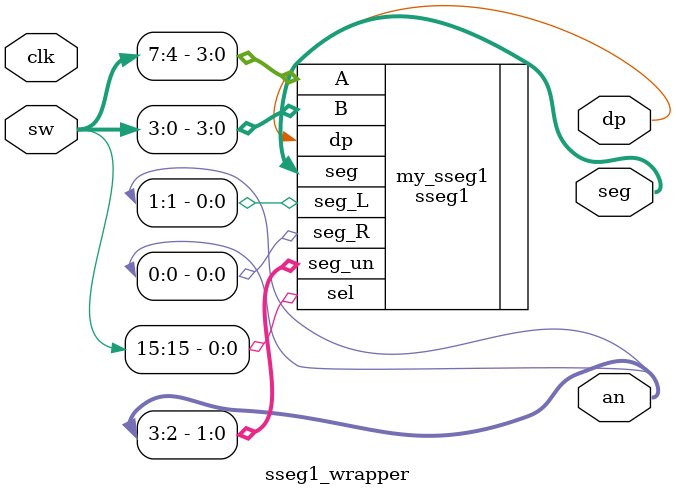
<source format=sv>
`timescale 1ns / 1ps


module sseg1_wrapper(
    input [15:0] sw,
    input clk,
    output [3:0] an,
    output dp,
    output [6:0] seg
    );
    
sseg1 my_sseg1(
    .A(sw[7:4]),
    .B(sw[3:0]),
    .sel(sw[15]),
    .seg_un(an[3:2]),
    .dp(dp),
    .seg(seg),
    .seg_L(an[1]),
    .seg_R(an[0])
    );
    
endmodule

</source>
